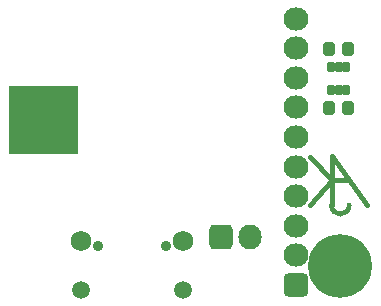
<source format=gbr>
%TF.GenerationSoftware,KiCad,Pcbnew,(6.0.2-0)*%
%TF.CreationDate,2022-03-10T13:05:02+00:00*%
%TF.ProjectId,Bell2,42656c6c-322e-46b6-9963-61645f706362,2*%
%TF.SameCoordinates,Original*%
%TF.FileFunction,Soldermask,Bot*%
%TF.FilePolarity,Negative*%
%FSLAX46Y46*%
G04 Gerber Fmt 4.6, Leading zero omitted, Abs format (unit mm)*
G04 Created by KiCad (PCBNEW (6.0.2-0)) date 2022-03-10 13:05:02*
%MOMM*%
%LPD*%
G01*
G04 APERTURE LIST*
G04 Aperture macros list*
%AMRoundRect*
0 Rectangle with rounded corners*
0 $1 Rounding radius*
0 $2 $3 $4 $5 $6 $7 $8 $9 X,Y pos of 4 corners*
0 Add a 4 corners polygon primitive as box body*
4,1,4,$2,$3,$4,$5,$6,$7,$8,$9,$2,$3,0*
0 Add four circle primitives for the rounded corners*
1,1,$1+$1,$2,$3*
1,1,$1+$1,$4,$5*
1,1,$1+$1,$6,$7*
1,1,$1+$1,$8,$9*
0 Add four rect primitives between the rounded corners*
20,1,$1+$1,$2,$3,$4,$5,0*
20,1,$1+$1,$4,$5,$6,$7,0*
20,1,$1+$1,$6,$7,$8,$9,0*
20,1,$1+$1,$8,$9,$2,$3,0*%
G04 Aperture macros list end*
%ADD10C,0.450000*%
%ADD11RoundRect,0.375000X0.675000X-0.600000X0.675000X0.600000X-0.675000X0.600000X-0.675000X-0.600000X0*%
%ADD12O,2.100000X1.950000*%
%ADD13RoundRect,0.375000X-0.600000X-0.675000X0.600000X-0.675000X0.600000X0.675000X-0.600000X0.675000X0*%
%ADD14O,1.950000X2.100000*%
%ADD15C,0.870000*%
%ADD16C,1.750000*%
%ADD17C,1.500000*%
%ADD18C,5.400000*%
%ADD19RoundRect,0.325000X-0.200000X-0.275000X0.200000X-0.275000X0.200000X0.275000X-0.200000X0.275000X0*%
%ADD20RoundRect,0.125000X0.200000X-0.325000X0.200000X0.325000X-0.200000X0.325000X-0.200000X-0.325000X0*%
%ADD21RoundRect,0.325000X0.200000X0.275000X-0.200000X0.275000X-0.200000X-0.275000X0.200000X-0.275000X0*%
G04 APERTURE END LIST*
%TO.C,U8*%
G36*
X82900000Y-46900000D02*
G01*
X77100000Y-46900000D01*
X77100000Y-41100000D01*
X82900000Y-41100000D01*
X82900000Y-46900000D01*
G37*
D10*
%TO.C,AJK1*%
X102600000Y-47125000D02*
X104400000Y-49125000D01*
X104400000Y-47025000D02*
X107400000Y-51225000D01*
X104400000Y-49125000D02*
X102600000Y-51225000D01*
X104400000Y-47025000D02*
X104400000Y-51225000D01*
X104400000Y-49125000D02*
X105900000Y-49125000D01*
X104400000Y-51225000D02*
G75*
G03*
X105900000Y-51225000I750000J0D01*
G01*
%TD*%
D11*
%TO.C,J3*%
X101400000Y-57950000D03*
D12*
X101400000Y-55450000D03*
X101400000Y-52950000D03*
X101400000Y-50450000D03*
X101400000Y-47950000D03*
X101400000Y-45450000D03*
X101400000Y-42950000D03*
X101400000Y-40450000D03*
X101400000Y-37950000D03*
X101400000Y-35450000D03*
%TD*%
D13*
%TO.C,J2*%
X95000000Y-53900000D03*
D14*
X97500000Y-53900000D03*
%TD*%
D15*
%TO.C,J1*%
X84610000Y-54710000D03*
X90390000Y-54710000D03*
D16*
X83180000Y-54220000D03*
X91820000Y-54220000D03*
D17*
X83180000Y-58390000D03*
X91820000Y-58390000D03*
%TD*%
D18*
%TO.C,U7*%
X105150000Y-56375000D03*
%TD*%
D19*
%TO.C,C3*%
X104225000Y-43000000D03*
X105775000Y-43000000D03*
%TD*%
D20*
%TO.C,D1*%
X105650000Y-41450000D03*
X105000000Y-41450000D03*
X104350000Y-41450000D03*
X104350000Y-39550000D03*
X105000000Y-39550000D03*
X105650000Y-39550000D03*
%TD*%
D21*
%TO.C,C2*%
X105775000Y-38000000D03*
X104225000Y-38000000D03*
%TD*%
M02*

</source>
